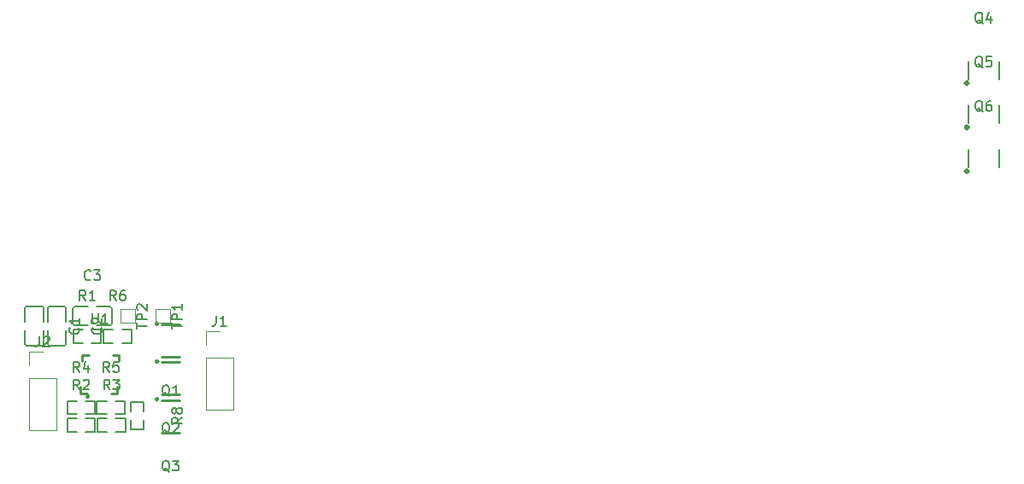
<source format=gto>
G04 #@! TF.GenerationSoftware,KiCad,Pcbnew,8.0.7-8.0.7-0~ubuntu22.04.1*
G04 #@! TF.CreationDate,2025-01-18T20:22:17+01:00*
G04 #@! TF.ProjectId,pinchito_uesc,70696e63-6869-4746-9f5f-756573632e6b,rev?*
G04 #@! TF.SameCoordinates,Original*
G04 #@! TF.FileFunction,Legend,Top*
G04 #@! TF.FilePolarity,Positive*
%FSLAX46Y46*%
G04 Gerber Fmt 4.6, Leading zero omitted, Abs format (unit mm)*
G04 Created by KiCad (PCBNEW 8.0.7-8.0.7-0~ubuntu22.04.1) date 2025-01-18 20:22:17*
%MOMM*%
%LPD*%
G01*
G04 APERTURE LIST*
%ADD10C,0.150000*%
%ADD11C,0.300000*%
%ADD12C,0.250000*%
%ADD13C,0.120000*%
G04 APERTURE END LIST*
D10*
X5559580Y-2366666D02*
X5607200Y-2414285D01*
X5607200Y-2414285D02*
X5654819Y-2557142D01*
X5654819Y-2557142D02*
X5654819Y-2652380D01*
X5654819Y-2652380D02*
X5607200Y-2795237D01*
X5607200Y-2795237D02*
X5511961Y-2890475D01*
X5511961Y-2890475D02*
X5416723Y-2938094D01*
X5416723Y-2938094D02*
X5226247Y-2985713D01*
X5226247Y-2985713D02*
X5083390Y-2985713D01*
X5083390Y-2985713D02*
X4892914Y-2938094D01*
X4892914Y-2938094D02*
X4797676Y-2890475D01*
X4797676Y-2890475D02*
X4702438Y-2795237D01*
X4702438Y-2795237D02*
X4654819Y-2652380D01*
X4654819Y-2652380D02*
X4654819Y-2557142D01*
X4654819Y-2557142D02*
X4702438Y-2414285D01*
X4702438Y-2414285D02*
X4750057Y-2366666D01*
X5654819Y-1414285D02*
X5654819Y-1985713D01*
X5654819Y-1699999D02*
X4654819Y-1699999D01*
X4654819Y-1699999D02*
X4797676Y-1795237D01*
X4797676Y-1795237D02*
X4892914Y-1890475D01*
X4892914Y-1890475D02*
X4940533Y-1985713D01*
X8633333Y-6754819D02*
X8300000Y-6278628D01*
X8061905Y-6754819D02*
X8061905Y-5754819D01*
X8061905Y-5754819D02*
X8442857Y-5754819D01*
X8442857Y-5754819D02*
X8538095Y-5802438D01*
X8538095Y-5802438D02*
X8585714Y-5850057D01*
X8585714Y-5850057D02*
X8633333Y-5945295D01*
X8633333Y-5945295D02*
X8633333Y-6088152D01*
X8633333Y-6088152D02*
X8585714Y-6183390D01*
X8585714Y-6183390D02*
X8538095Y-6231009D01*
X8538095Y-6231009D02*
X8442857Y-6278628D01*
X8442857Y-6278628D02*
X8061905Y-6278628D01*
X9538095Y-5754819D02*
X9061905Y-5754819D01*
X9061905Y-5754819D02*
X9014286Y-6231009D01*
X9014286Y-6231009D02*
X9061905Y-6183390D01*
X9061905Y-6183390D02*
X9157143Y-6135771D01*
X9157143Y-6135771D02*
X9395238Y-6135771D01*
X9395238Y-6135771D02*
X9490476Y-6183390D01*
X9490476Y-6183390D02*
X9538095Y-6231009D01*
X9538095Y-6231009D02*
X9585714Y-6326247D01*
X9585714Y-6326247D02*
X9585714Y-6564342D01*
X9585714Y-6564342D02*
X9538095Y-6659580D01*
X9538095Y-6659580D02*
X9490476Y-6707200D01*
X9490476Y-6707200D02*
X9395238Y-6754819D01*
X9395238Y-6754819D02*
X9157143Y-6754819D01*
X9157143Y-6754819D02*
X9061905Y-6707200D01*
X9061905Y-6707200D02*
X9014286Y-6659580D01*
X95154761Y23419943D02*
X95059523Y23467562D01*
X95059523Y23467562D02*
X94964285Y23562800D01*
X94964285Y23562800D02*
X94821428Y23705658D01*
X94821428Y23705658D02*
X94726190Y23753277D01*
X94726190Y23753277D02*
X94630952Y23753277D01*
X94678571Y23515181D02*
X94583333Y23562800D01*
X94583333Y23562800D02*
X94488095Y23658039D01*
X94488095Y23658039D02*
X94440476Y23848515D01*
X94440476Y23848515D02*
X94440476Y24181848D01*
X94440476Y24181848D02*
X94488095Y24372324D01*
X94488095Y24372324D02*
X94583333Y24467562D01*
X94583333Y24467562D02*
X94678571Y24515181D01*
X94678571Y24515181D02*
X94869047Y24515181D01*
X94869047Y24515181D02*
X94964285Y24467562D01*
X94964285Y24467562D02*
X95059523Y24372324D01*
X95059523Y24372324D02*
X95107142Y24181848D01*
X95107142Y24181848D02*
X95107142Y23848515D01*
X95107142Y23848515D02*
X95059523Y23658039D01*
X95059523Y23658039D02*
X94964285Y23562800D01*
X94964285Y23562800D02*
X94869047Y23515181D01*
X94869047Y23515181D02*
X94678571Y23515181D01*
X96011904Y24515181D02*
X95535714Y24515181D01*
X95535714Y24515181D02*
X95488095Y24038991D01*
X95488095Y24038991D02*
X95535714Y24086610D01*
X95535714Y24086610D02*
X95630952Y24134229D01*
X95630952Y24134229D02*
X95869047Y24134229D01*
X95869047Y24134229D02*
X95964285Y24086610D01*
X95964285Y24086610D02*
X96011904Y24038991D01*
X96011904Y24038991D02*
X96059523Y23943753D01*
X96059523Y23943753D02*
X96059523Y23705658D01*
X96059523Y23705658D02*
X96011904Y23610420D01*
X96011904Y23610420D02*
X95964285Y23562800D01*
X95964285Y23562800D02*
X95869047Y23515181D01*
X95869047Y23515181D02*
X95630952Y23515181D01*
X95630952Y23515181D02*
X95535714Y23562800D01*
X95535714Y23562800D02*
X95488095Y23610420D01*
X7809580Y-2366666D02*
X7857200Y-2414285D01*
X7857200Y-2414285D02*
X7904819Y-2557142D01*
X7904819Y-2557142D02*
X7904819Y-2652380D01*
X7904819Y-2652380D02*
X7857200Y-2795237D01*
X7857200Y-2795237D02*
X7761961Y-2890475D01*
X7761961Y-2890475D02*
X7666723Y-2938094D01*
X7666723Y-2938094D02*
X7476247Y-2985713D01*
X7476247Y-2985713D02*
X7333390Y-2985713D01*
X7333390Y-2985713D02*
X7142914Y-2938094D01*
X7142914Y-2938094D02*
X7047676Y-2890475D01*
X7047676Y-2890475D02*
X6952438Y-2795237D01*
X6952438Y-2795237D02*
X6904819Y-2652380D01*
X6904819Y-2652380D02*
X6904819Y-2557142D01*
X6904819Y-2557142D02*
X6952438Y-2414285D01*
X6952438Y-2414285D02*
X7000057Y-2366666D01*
X7000057Y-1985713D02*
X6952438Y-1938094D01*
X6952438Y-1938094D02*
X6904819Y-1842856D01*
X6904819Y-1842856D02*
X6904819Y-1604761D01*
X6904819Y-1604761D02*
X6952438Y-1509523D01*
X6952438Y-1509523D02*
X7000057Y-1461904D01*
X7000057Y-1461904D02*
X7095295Y-1414285D01*
X7095295Y-1414285D02*
X7190533Y-1414285D01*
X7190533Y-1414285D02*
X7333390Y-1461904D01*
X7333390Y-1461904D02*
X7904819Y-2033332D01*
X7904819Y-2033332D02*
X7904819Y-1414285D01*
X6938095Y-954819D02*
X6938095Y-1764342D01*
X6938095Y-1764342D02*
X6985714Y-1859580D01*
X6985714Y-1859580D02*
X7033333Y-1907200D01*
X7033333Y-1907200D02*
X7128571Y-1954819D01*
X7128571Y-1954819D02*
X7319047Y-1954819D01*
X7319047Y-1954819D02*
X7414285Y-1907200D01*
X7414285Y-1907200D02*
X7461904Y-1859580D01*
X7461904Y-1859580D02*
X7509523Y-1764342D01*
X7509523Y-1764342D02*
X7509523Y-954819D01*
X8509523Y-1954819D02*
X7938095Y-1954819D01*
X8223809Y-1954819D02*
X8223809Y-954819D01*
X8223809Y-954819D02*
X8128571Y-1097676D01*
X8128571Y-1097676D02*
X8033333Y-1192914D01*
X8033333Y-1192914D02*
X7938095Y-1240533D01*
X1698666Y-3235819D02*
X1698666Y-3950104D01*
X1698666Y-3950104D02*
X1651047Y-4092961D01*
X1651047Y-4092961D02*
X1555809Y-4188200D01*
X1555809Y-4188200D02*
X1412952Y-4235819D01*
X1412952Y-4235819D02*
X1317714Y-4235819D01*
X2127238Y-3331057D02*
X2174857Y-3283438D01*
X2174857Y-3283438D02*
X2270095Y-3235819D01*
X2270095Y-3235819D02*
X2508190Y-3235819D01*
X2508190Y-3235819D02*
X2603428Y-3283438D01*
X2603428Y-3283438D02*
X2651047Y-3331057D01*
X2651047Y-3331057D02*
X2698666Y-3426295D01*
X2698666Y-3426295D02*
X2698666Y-3521533D01*
X2698666Y-3521533D02*
X2651047Y-3664390D01*
X2651047Y-3664390D02*
X2079619Y-4235819D01*
X2079619Y-4235819D02*
X2698666Y-4235819D01*
X8683333Y-8504819D02*
X8350000Y-8028628D01*
X8111905Y-8504819D02*
X8111905Y-7504819D01*
X8111905Y-7504819D02*
X8492857Y-7504819D01*
X8492857Y-7504819D02*
X8588095Y-7552438D01*
X8588095Y-7552438D02*
X8635714Y-7600057D01*
X8635714Y-7600057D02*
X8683333Y-7695295D01*
X8683333Y-7695295D02*
X8683333Y-7838152D01*
X8683333Y-7838152D02*
X8635714Y-7933390D01*
X8635714Y-7933390D02*
X8588095Y-7981009D01*
X8588095Y-7981009D02*
X8492857Y-8028628D01*
X8492857Y-8028628D02*
X8111905Y-8028628D01*
X9016667Y-7504819D02*
X9635714Y-7504819D01*
X9635714Y-7504819D02*
X9302381Y-7885771D01*
X9302381Y-7885771D02*
X9445238Y-7885771D01*
X9445238Y-7885771D02*
X9540476Y-7933390D01*
X9540476Y-7933390D02*
X9588095Y-7981009D01*
X9588095Y-7981009D02*
X9635714Y-8076247D01*
X9635714Y-8076247D02*
X9635714Y-8314342D01*
X9635714Y-8314342D02*
X9588095Y-8409580D01*
X9588095Y-8409580D02*
X9540476Y-8457200D01*
X9540476Y-8457200D02*
X9445238Y-8504819D01*
X9445238Y-8504819D02*
X9159524Y-8504819D01*
X9159524Y-8504819D02*
X9064286Y-8457200D01*
X9064286Y-8457200D02*
X9016667Y-8409580D01*
X19224666Y-1188819D02*
X19224666Y-1903104D01*
X19224666Y-1903104D02*
X19177047Y-2045961D01*
X19177047Y-2045961D02*
X19081809Y-2141200D01*
X19081809Y-2141200D02*
X18938952Y-2188819D01*
X18938952Y-2188819D02*
X18843714Y-2188819D01*
X20224666Y-2188819D02*
X19653238Y-2188819D01*
X19938952Y-2188819D02*
X19938952Y-1188819D01*
X19938952Y-1188819D02*
X19843714Y-1331676D01*
X19843714Y-1331676D02*
X19748476Y-1426914D01*
X19748476Y-1426914D02*
X19653238Y-1474533D01*
X9283333Y345181D02*
X8950000Y821372D01*
X8711905Y345181D02*
X8711905Y1345181D01*
X8711905Y1345181D02*
X9092857Y1345181D01*
X9092857Y1345181D02*
X9188095Y1297562D01*
X9188095Y1297562D02*
X9235714Y1249943D01*
X9235714Y1249943D02*
X9283333Y1154705D01*
X9283333Y1154705D02*
X9283333Y1011848D01*
X9283333Y1011848D02*
X9235714Y916610D01*
X9235714Y916610D02*
X9188095Y868991D01*
X9188095Y868991D02*
X9092857Y821372D01*
X9092857Y821372D02*
X8711905Y821372D01*
X10140476Y1345181D02*
X9950000Y1345181D01*
X9950000Y1345181D02*
X9854762Y1297562D01*
X9854762Y1297562D02*
X9807143Y1249943D01*
X9807143Y1249943D02*
X9711905Y1107086D01*
X9711905Y1107086D02*
X9664286Y916610D01*
X9664286Y916610D02*
X9664286Y535658D01*
X9664286Y535658D02*
X9711905Y440420D01*
X9711905Y440420D02*
X9759524Y392800D01*
X9759524Y392800D02*
X9854762Y345181D01*
X9854762Y345181D02*
X10045238Y345181D01*
X10045238Y345181D02*
X10140476Y392800D01*
X10140476Y392800D02*
X10188095Y440420D01*
X10188095Y440420D02*
X10235714Y535658D01*
X10235714Y535658D02*
X10235714Y773753D01*
X10235714Y773753D02*
X10188095Y868991D01*
X10188095Y868991D02*
X10140476Y916610D01*
X10140476Y916610D02*
X10045238Y964229D01*
X10045238Y964229D02*
X9854762Y964229D01*
X9854762Y964229D02*
X9759524Y916610D01*
X9759524Y916610D02*
X9711905Y868991D01*
X9711905Y868991D02*
X9664286Y773753D01*
X11352819Y-2461904D02*
X11352819Y-1890476D01*
X12352819Y-2176190D02*
X11352819Y-2176190D01*
X12352819Y-1557142D02*
X11352819Y-1557142D01*
X11352819Y-1557142D02*
X11352819Y-1176190D01*
X11352819Y-1176190D02*
X11400438Y-1080952D01*
X11400438Y-1080952D02*
X11448057Y-1033333D01*
X11448057Y-1033333D02*
X11543295Y-985714D01*
X11543295Y-985714D02*
X11686152Y-985714D01*
X11686152Y-985714D02*
X11781390Y-1033333D01*
X11781390Y-1033333D02*
X11829009Y-1080952D01*
X11829009Y-1080952D02*
X11876628Y-1176190D01*
X11876628Y-1176190D02*
X11876628Y-1557142D01*
X11448057Y-604761D02*
X11400438Y-557142D01*
X11400438Y-557142D02*
X11352819Y-461904D01*
X11352819Y-461904D02*
X11352819Y-223809D01*
X11352819Y-223809D02*
X11400438Y-128571D01*
X11400438Y-128571D02*
X11448057Y-80952D01*
X11448057Y-80952D02*
X11543295Y-33333D01*
X11543295Y-33333D02*
X11638533Y-33333D01*
X11638533Y-33333D02*
X11781390Y-80952D01*
X11781390Y-80952D02*
X12352819Y-652380D01*
X12352819Y-652380D02*
X12352819Y-33333D01*
X15854819Y-11266666D02*
X15378628Y-11599999D01*
X15854819Y-11838094D02*
X14854819Y-11838094D01*
X14854819Y-11838094D02*
X14854819Y-11457142D01*
X14854819Y-11457142D02*
X14902438Y-11361904D01*
X14902438Y-11361904D02*
X14950057Y-11314285D01*
X14950057Y-11314285D02*
X15045295Y-11266666D01*
X15045295Y-11266666D02*
X15188152Y-11266666D01*
X15188152Y-11266666D02*
X15283390Y-11314285D01*
X15283390Y-11314285D02*
X15331009Y-11361904D01*
X15331009Y-11361904D02*
X15378628Y-11457142D01*
X15378628Y-11457142D02*
X15378628Y-11838094D01*
X15283390Y-10695237D02*
X15235771Y-10790475D01*
X15235771Y-10790475D02*
X15188152Y-10838094D01*
X15188152Y-10838094D02*
X15092914Y-10885713D01*
X15092914Y-10885713D02*
X15045295Y-10885713D01*
X15045295Y-10885713D02*
X14950057Y-10838094D01*
X14950057Y-10838094D02*
X14902438Y-10790475D01*
X14902438Y-10790475D02*
X14854819Y-10695237D01*
X14854819Y-10695237D02*
X14854819Y-10504761D01*
X14854819Y-10504761D02*
X14902438Y-10409523D01*
X14902438Y-10409523D02*
X14950057Y-10361904D01*
X14950057Y-10361904D02*
X15045295Y-10314285D01*
X15045295Y-10314285D02*
X15092914Y-10314285D01*
X15092914Y-10314285D02*
X15188152Y-10361904D01*
X15188152Y-10361904D02*
X15235771Y-10409523D01*
X15235771Y-10409523D02*
X15283390Y-10504761D01*
X15283390Y-10504761D02*
X15283390Y-10695237D01*
X15283390Y-10695237D02*
X15331009Y-10790475D01*
X15331009Y-10790475D02*
X15378628Y-10838094D01*
X15378628Y-10838094D02*
X15473866Y-10885713D01*
X15473866Y-10885713D02*
X15664342Y-10885713D01*
X15664342Y-10885713D02*
X15759580Y-10838094D01*
X15759580Y-10838094D02*
X15807200Y-10790475D01*
X15807200Y-10790475D02*
X15854819Y-10695237D01*
X15854819Y-10695237D02*
X15854819Y-10504761D01*
X15854819Y-10504761D02*
X15807200Y-10409523D01*
X15807200Y-10409523D02*
X15759580Y-10361904D01*
X15759580Y-10361904D02*
X15664342Y-10314285D01*
X15664342Y-10314285D02*
X15473866Y-10314285D01*
X15473866Y-10314285D02*
X15378628Y-10361904D01*
X15378628Y-10361904D02*
X15331009Y-10409523D01*
X15331009Y-10409523D02*
X15283390Y-10504761D01*
X5683333Y-6754819D02*
X5350000Y-6278628D01*
X5111905Y-6754819D02*
X5111905Y-5754819D01*
X5111905Y-5754819D02*
X5492857Y-5754819D01*
X5492857Y-5754819D02*
X5588095Y-5802438D01*
X5588095Y-5802438D02*
X5635714Y-5850057D01*
X5635714Y-5850057D02*
X5683333Y-5945295D01*
X5683333Y-5945295D02*
X5683333Y-6088152D01*
X5683333Y-6088152D02*
X5635714Y-6183390D01*
X5635714Y-6183390D02*
X5588095Y-6231009D01*
X5588095Y-6231009D02*
X5492857Y-6278628D01*
X5492857Y-6278628D02*
X5111905Y-6278628D01*
X6540476Y-6088152D02*
X6540476Y-6754819D01*
X6302381Y-5707200D02*
X6064286Y-6421485D01*
X6064286Y-6421485D02*
X6683333Y-6421485D01*
X95154761Y27789943D02*
X95059523Y27837562D01*
X95059523Y27837562D02*
X94964285Y27932800D01*
X94964285Y27932800D02*
X94821428Y28075658D01*
X94821428Y28075658D02*
X94726190Y28123277D01*
X94726190Y28123277D02*
X94630952Y28123277D01*
X94678571Y27885181D02*
X94583333Y27932800D01*
X94583333Y27932800D02*
X94488095Y28028039D01*
X94488095Y28028039D02*
X94440476Y28218515D01*
X94440476Y28218515D02*
X94440476Y28551848D01*
X94440476Y28551848D02*
X94488095Y28742324D01*
X94488095Y28742324D02*
X94583333Y28837562D01*
X94583333Y28837562D02*
X94678571Y28885181D01*
X94678571Y28885181D02*
X94869047Y28885181D01*
X94869047Y28885181D02*
X94964285Y28837562D01*
X94964285Y28837562D02*
X95059523Y28742324D01*
X95059523Y28742324D02*
X95107142Y28551848D01*
X95107142Y28551848D02*
X95107142Y28218515D01*
X95107142Y28218515D02*
X95059523Y28028039D01*
X95059523Y28028039D02*
X94964285Y27932800D01*
X94964285Y27932800D02*
X94869047Y27885181D01*
X94869047Y27885181D02*
X94678571Y27885181D01*
X95964285Y28551848D02*
X95964285Y27885181D01*
X95726190Y28932800D02*
X95488095Y28218515D01*
X95488095Y28218515D02*
X96107142Y28218515D01*
X14604761Y-12900057D02*
X14509523Y-12852438D01*
X14509523Y-12852438D02*
X14414285Y-12757200D01*
X14414285Y-12757200D02*
X14271428Y-12614342D01*
X14271428Y-12614342D02*
X14176190Y-12566723D01*
X14176190Y-12566723D02*
X14080952Y-12566723D01*
X14128571Y-12804819D02*
X14033333Y-12757200D01*
X14033333Y-12757200D02*
X13938095Y-12661961D01*
X13938095Y-12661961D02*
X13890476Y-12471485D01*
X13890476Y-12471485D02*
X13890476Y-12138152D01*
X13890476Y-12138152D02*
X13938095Y-11947676D01*
X13938095Y-11947676D02*
X14033333Y-11852438D01*
X14033333Y-11852438D02*
X14128571Y-11804819D01*
X14128571Y-11804819D02*
X14319047Y-11804819D01*
X14319047Y-11804819D02*
X14414285Y-11852438D01*
X14414285Y-11852438D02*
X14509523Y-11947676D01*
X14509523Y-11947676D02*
X14557142Y-12138152D01*
X14557142Y-12138152D02*
X14557142Y-12471485D01*
X14557142Y-12471485D02*
X14509523Y-12661961D01*
X14509523Y-12661961D02*
X14414285Y-12757200D01*
X14414285Y-12757200D02*
X14319047Y-12804819D01*
X14319047Y-12804819D02*
X14128571Y-12804819D01*
X14938095Y-11900057D02*
X14985714Y-11852438D01*
X14985714Y-11852438D02*
X15080952Y-11804819D01*
X15080952Y-11804819D02*
X15319047Y-11804819D01*
X15319047Y-11804819D02*
X15414285Y-11852438D01*
X15414285Y-11852438D02*
X15461904Y-11900057D01*
X15461904Y-11900057D02*
X15509523Y-11995295D01*
X15509523Y-11995295D02*
X15509523Y-12090533D01*
X15509523Y-12090533D02*
X15461904Y-12233390D01*
X15461904Y-12233390D02*
X14890476Y-12804819D01*
X14890476Y-12804819D02*
X15509523Y-12804819D01*
X14604761Y-16650057D02*
X14509523Y-16602438D01*
X14509523Y-16602438D02*
X14414285Y-16507200D01*
X14414285Y-16507200D02*
X14271428Y-16364342D01*
X14271428Y-16364342D02*
X14176190Y-16316723D01*
X14176190Y-16316723D02*
X14080952Y-16316723D01*
X14128571Y-16554819D02*
X14033333Y-16507200D01*
X14033333Y-16507200D02*
X13938095Y-16411961D01*
X13938095Y-16411961D02*
X13890476Y-16221485D01*
X13890476Y-16221485D02*
X13890476Y-15888152D01*
X13890476Y-15888152D02*
X13938095Y-15697676D01*
X13938095Y-15697676D02*
X14033333Y-15602438D01*
X14033333Y-15602438D02*
X14128571Y-15554819D01*
X14128571Y-15554819D02*
X14319047Y-15554819D01*
X14319047Y-15554819D02*
X14414285Y-15602438D01*
X14414285Y-15602438D02*
X14509523Y-15697676D01*
X14509523Y-15697676D02*
X14557142Y-15888152D01*
X14557142Y-15888152D02*
X14557142Y-16221485D01*
X14557142Y-16221485D02*
X14509523Y-16411961D01*
X14509523Y-16411961D02*
X14414285Y-16507200D01*
X14414285Y-16507200D02*
X14319047Y-16554819D01*
X14319047Y-16554819D02*
X14128571Y-16554819D01*
X14890476Y-15554819D02*
X15509523Y-15554819D01*
X15509523Y-15554819D02*
X15176190Y-15935771D01*
X15176190Y-15935771D02*
X15319047Y-15935771D01*
X15319047Y-15935771D02*
X15414285Y-15983390D01*
X15414285Y-15983390D02*
X15461904Y-16031009D01*
X15461904Y-16031009D02*
X15509523Y-16126247D01*
X15509523Y-16126247D02*
X15509523Y-16364342D01*
X15509523Y-16364342D02*
X15461904Y-16459580D01*
X15461904Y-16459580D02*
X15414285Y-16507200D01*
X15414285Y-16507200D02*
X15319047Y-16554819D01*
X15319047Y-16554819D02*
X15033333Y-16554819D01*
X15033333Y-16554819D02*
X14938095Y-16507200D01*
X14938095Y-16507200D02*
X14890476Y-16459580D01*
X14852819Y-2461904D02*
X14852819Y-1890476D01*
X15852819Y-2176190D02*
X14852819Y-2176190D01*
X15852819Y-1557142D02*
X14852819Y-1557142D01*
X14852819Y-1557142D02*
X14852819Y-1176190D01*
X14852819Y-1176190D02*
X14900438Y-1080952D01*
X14900438Y-1080952D02*
X14948057Y-1033333D01*
X14948057Y-1033333D02*
X15043295Y-985714D01*
X15043295Y-985714D02*
X15186152Y-985714D01*
X15186152Y-985714D02*
X15281390Y-1033333D01*
X15281390Y-1033333D02*
X15329009Y-1080952D01*
X15329009Y-1080952D02*
X15376628Y-1176190D01*
X15376628Y-1176190D02*
X15376628Y-1557142D01*
X15852819Y-33333D02*
X15852819Y-604761D01*
X15852819Y-319047D02*
X14852819Y-319047D01*
X14852819Y-319047D02*
X14995676Y-414285D01*
X14995676Y-414285D02*
X15090914Y-509523D01*
X15090914Y-509523D02*
X15138533Y-604761D01*
X6783333Y2440420D02*
X6735714Y2392800D01*
X6735714Y2392800D02*
X6592857Y2345181D01*
X6592857Y2345181D02*
X6497619Y2345181D01*
X6497619Y2345181D02*
X6354762Y2392800D01*
X6354762Y2392800D02*
X6259524Y2488039D01*
X6259524Y2488039D02*
X6211905Y2583277D01*
X6211905Y2583277D02*
X6164286Y2773753D01*
X6164286Y2773753D02*
X6164286Y2916610D01*
X6164286Y2916610D02*
X6211905Y3107086D01*
X6211905Y3107086D02*
X6259524Y3202324D01*
X6259524Y3202324D02*
X6354762Y3297562D01*
X6354762Y3297562D02*
X6497619Y3345181D01*
X6497619Y3345181D02*
X6592857Y3345181D01*
X6592857Y3345181D02*
X6735714Y3297562D01*
X6735714Y3297562D02*
X6783333Y3249943D01*
X7116667Y3345181D02*
X7735714Y3345181D01*
X7735714Y3345181D02*
X7402381Y2964229D01*
X7402381Y2964229D02*
X7545238Y2964229D01*
X7545238Y2964229D02*
X7640476Y2916610D01*
X7640476Y2916610D02*
X7688095Y2868991D01*
X7688095Y2868991D02*
X7735714Y2773753D01*
X7735714Y2773753D02*
X7735714Y2535658D01*
X7735714Y2535658D02*
X7688095Y2440420D01*
X7688095Y2440420D02*
X7640476Y2392800D01*
X7640476Y2392800D02*
X7545238Y2345181D01*
X7545238Y2345181D02*
X7259524Y2345181D01*
X7259524Y2345181D02*
X7164286Y2392800D01*
X7164286Y2392800D02*
X7116667Y2440420D01*
X14604761Y-9150057D02*
X14509523Y-9102438D01*
X14509523Y-9102438D02*
X14414285Y-9007200D01*
X14414285Y-9007200D02*
X14271428Y-8864342D01*
X14271428Y-8864342D02*
X14176190Y-8816723D01*
X14176190Y-8816723D02*
X14080952Y-8816723D01*
X14128571Y-9054819D02*
X14033333Y-9007200D01*
X14033333Y-9007200D02*
X13938095Y-8911961D01*
X13938095Y-8911961D02*
X13890476Y-8721485D01*
X13890476Y-8721485D02*
X13890476Y-8388152D01*
X13890476Y-8388152D02*
X13938095Y-8197676D01*
X13938095Y-8197676D02*
X14033333Y-8102438D01*
X14033333Y-8102438D02*
X14128571Y-8054819D01*
X14128571Y-8054819D02*
X14319047Y-8054819D01*
X14319047Y-8054819D02*
X14414285Y-8102438D01*
X14414285Y-8102438D02*
X14509523Y-8197676D01*
X14509523Y-8197676D02*
X14557142Y-8388152D01*
X14557142Y-8388152D02*
X14557142Y-8721485D01*
X14557142Y-8721485D02*
X14509523Y-8911961D01*
X14509523Y-8911961D02*
X14414285Y-9007200D01*
X14414285Y-9007200D02*
X14319047Y-9054819D01*
X14319047Y-9054819D02*
X14128571Y-9054819D01*
X15509523Y-9054819D02*
X14938095Y-9054819D01*
X15223809Y-9054819D02*
X15223809Y-8054819D01*
X15223809Y-8054819D02*
X15128571Y-8197676D01*
X15128571Y-8197676D02*
X15033333Y-8292914D01*
X15033333Y-8292914D02*
X14938095Y-8340533D01*
X95154761Y19049943D02*
X95059523Y19097562D01*
X95059523Y19097562D02*
X94964285Y19192800D01*
X94964285Y19192800D02*
X94821428Y19335658D01*
X94821428Y19335658D02*
X94726190Y19383277D01*
X94726190Y19383277D02*
X94630952Y19383277D01*
X94678571Y19145181D02*
X94583333Y19192800D01*
X94583333Y19192800D02*
X94488095Y19288039D01*
X94488095Y19288039D02*
X94440476Y19478515D01*
X94440476Y19478515D02*
X94440476Y19811848D01*
X94440476Y19811848D02*
X94488095Y20002324D01*
X94488095Y20002324D02*
X94583333Y20097562D01*
X94583333Y20097562D02*
X94678571Y20145181D01*
X94678571Y20145181D02*
X94869047Y20145181D01*
X94869047Y20145181D02*
X94964285Y20097562D01*
X94964285Y20097562D02*
X95059523Y20002324D01*
X95059523Y20002324D02*
X95107142Y19811848D01*
X95107142Y19811848D02*
X95107142Y19478515D01*
X95107142Y19478515D02*
X95059523Y19288039D01*
X95059523Y19288039D02*
X94964285Y19192800D01*
X94964285Y19192800D02*
X94869047Y19145181D01*
X94869047Y19145181D02*
X94678571Y19145181D01*
X95964285Y20145181D02*
X95773809Y20145181D01*
X95773809Y20145181D02*
X95678571Y20097562D01*
X95678571Y20097562D02*
X95630952Y20049943D01*
X95630952Y20049943D02*
X95535714Y19907086D01*
X95535714Y19907086D02*
X95488095Y19716610D01*
X95488095Y19716610D02*
X95488095Y19335658D01*
X95488095Y19335658D02*
X95535714Y19240420D01*
X95535714Y19240420D02*
X95583333Y19192800D01*
X95583333Y19192800D02*
X95678571Y19145181D01*
X95678571Y19145181D02*
X95869047Y19145181D01*
X95869047Y19145181D02*
X95964285Y19192800D01*
X95964285Y19192800D02*
X96011904Y19240420D01*
X96011904Y19240420D02*
X96059523Y19335658D01*
X96059523Y19335658D02*
X96059523Y19573753D01*
X96059523Y19573753D02*
X96011904Y19668991D01*
X96011904Y19668991D02*
X95964285Y19716610D01*
X95964285Y19716610D02*
X95869047Y19764229D01*
X95869047Y19764229D02*
X95678571Y19764229D01*
X95678571Y19764229D02*
X95583333Y19716610D01*
X95583333Y19716610D02*
X95535714Y19668991D01*
X95535714Y19668991D02*
X95488095Y19573753D01*
X5683333Y-8504819D02*
X5350000Y-8028628D01*
X5111905Y-8504819D02*
X5111905Y-7504819D01*
X5111905Y-7504819D02*
X5492857Y-7504819D01*
X5492857Y-7504819D02*
X5588095Y-7552438D01*
X5588095Y-7552438D02*
X5635714Y-7600057D01*
X5635714Y-7600057D02*
X5683333Y-7695295D01*
X5683333Y-7695295D02*
X5683333Y-7838152D01*
X5683333Y-7838152D02*
X5635714Y-7933390D01*
X5635714Y-7933390D02*
X5588095Y-7981009D01*
X5588095Y-7981009D02*
X5492857Y-8028628D01*
X5492857Y-8028628D02*
X5111905Y-8028628D01*
X6064286Y-7600057D02*
X6111905Y-7552438D01*
X6111905Y-7552438D02*
X6207143Y-7504819D01*
X6207143Y-7504819D02*
X6445238Y-7504819D01*
X6445238Y-7504819D02*
X6540476Y-7552438D01*
X6540476Y-7552438D02*
X6588095Y-7600057D01*
X6588095Y-7600057D02*
X6635714Y-7695295D01*
X6635714Y-7695295D02*
X6635714Y-7790533D01*
X6635714Y-7790533D02*
X6588095Y-7933390D01*
X6588095Y-7933390D02*
X6016667Y-8504819D01*
X6016667Y-8504819D02*
X6635714Y-8504819D01*
X6283333Y345181D02*
X5950000Y821372D01*
X5711905Y345181D02*
X5711905Y1345181D01*
X5711905Y1345181D02*
X6092857Y1345181D01*
X6092857Y1345181D02*
X6188095Y1297562D01*
X6188095Y1297562D02*
X6235714Y1249943D01*
X6235714Y1249943D02*
X6283333Y1154705D01*
X6283333Y1154705D02*
X6283333Y1011848D01*
X6283333Y1011848D02*
X6235714Y916610D01*
X6235714Y916610D02*
X6188095Y868991D01*
X6188095Y868991D02*
X6092857Y821372D01*
X6092857Y821372D02*
X5711905Y821372D01*
X7235714Y345181D02*
X6664286Y345181D01*
X6950000Y345181D02*
X6950000Y1345181D01*
X6950000Y1345181D02*
X6854762Y1202324D01*
X6854762Y1202324D02*
X6759524Y1107086D01*
X6759524Y1107086D02*
X6664286Y1059467D01*
G04 #@! TO.C,C1*
X300000Y-1800000D02*
X300000Y-390000D01*
X300000Y-2600000D02*
X300000Y-4010000D01*
X450000Y-240000D02*
X1950000Y-240000D01*
X450000Y-4160000D02*
X1950000Y-4160000D01*
X2100000Y-390000D02*
X2100000Y-1800000D01*
X2100000Y-4010000D02*
X2100000Y-2600000D01*
X300000Y-390000D02*
G75*
G02*
X450000Y-240000I150000J0D01*
G01*
X450000Y-4160000D02*
G75*
G02*
X300000Y-4010000I0J150000D01*
G01*
X1950000Y-240000D02*
G75*
G02*
X2100000Y-390000I0J-150000D01*
G01*
X2100000Y-4010000D02*
G75*
G02*
X1950000Y-4160000I-150000J0D01*
G01*
G04 #@! TO.C,R5*
X7410000Y-9640000D02*
X8370000Y-9640000D01*
X7410000Y-10960000D02*
X7410000Y-9640000D01*
X8370000Y-10960000D02*
X7410000Y-10960000D01*
X9230000Y-10960000D02*
X10190000Y-10960000D01*
X10190000Y-9640000D02*
X9230000Y-9640000D01*
X10190000Y-10960000D02*
X10190000Y-9640000D01*
G04 #@! TO.C,Q5*
X93710000Y17930000D02*
X93710000Y19710000D01*
X96790000Y17930000D02*
X96790000Y19710000D01*
D11*
X93730000Y17520000D02*
G75*
G02*
X93430000Y17520000I-150000J0D01*
G01*
X93430000Y17520000D02*
G75*
G02*
X93730000Y17520000I150000J0D01*
G01*
D10*
G04 #@! TO.C,C2*
X2550000Y-1800000D02*
X2550000Y-390000D01*
X2550000Y-2600000D02*
X2550000Y-4010000D01*
X2700000Y-240000D02*
X4200000Y-240000D01*
X2700000Y-4160000D02*
X4200000Y-4160000D01*
X4350000Y-390000D02*
X4350000Y-1800000D01*
X4350000Y-4010000D02*
X4350000Y-2600000D01*
X2550000Y-390000D02*
G75*
G02*
X2700000Y-240000I150000J0D01*
G01*
X2700000Y-4160000D02*
G75*
G02*
X2550000Y-4010000I0J150000D01*
G01*
X4200000Y-240000D02*
G75*
G02*
X4350000Y-390000I0J-150000D01*
G01*
X4350000Y-4010000D02*
G75*
G02*
X4200000Y-4160000I-150000J0D01*
G01*
D12*
G04 #@! TO.C,U1*
X5800000Y-8860000D02*
X5800000Y-8210000D01*
X5800000Y-8860000D02*
X6450000Y-8860000D01*
X5960000Y-5050000D02*
X5960000Y-5700000D01*
X5960000Y-5050000D02*
X6610000Y-5050000D01*
X9440000Y-8860000D02*
X8790000Y-8860000D01*
X9440000Y-8860000D02*
X9440000Y-8210000D01*
X9600000Y-5050000D02*
X8950000Y-5050000D01*
X9600000Y-5050000D02*
X9600000Y-5700000D01*
X6600000Y-9210000D02*
G75*
G02*
X6400000Y-9210000I-100000J0D01*
G01*
X6400000Y-9210000D02*
G75*
G02*
X6600000Y-9210000I100000J0D01*
G01*
D13*
G04 #@! TO.C,J2*
X702000Y-4781000D02*
X2032000Y-4781000D01*
X702000Y-6111000D02*
X702000Y-4781000D01*
X702000Y-7381000D02*
X702000Y-12521000D01*
X702000Y-7381000D02*
X3362000Y-7381000D01*
X702000Y-12521000D02*
X3362000Y-12521000D01*
X3362000Y-7381000D02*
X3362000Y-12521000D01*
D10*
G04 #@! TO.C,R3*
X7460000Y-11390000D02*
X8420000Y-11390000D01*
X7460000Y-12710000D02*
X7460000Y-11390000D01*
X8420000Y-12710000D02*
X7460000Y-12710000D01*
X9280000Y-12710000D02*
X10240000Y-12710000D01*
X10240000Y-11390000D02*
X9280000Y-11390000D01*
X10240000Y-12710000D02*
X10240000Y-11390000D01*
D13*
G04 #@! TO.C,J1*
X18228000Y-2734000D02*
X19558000Y-2734000D01*
X18228000Y-4064000D02*
X18228000Y-2734000D01*
X18228000Y-5334000D02*
X18228000Y-10474000D01*
X18228000Y-5334000D02*
X20888000Y-5334000D01*
X18228000Y-10474000D02*
X20888000Y-10474000D01*
X20888000Y-5334000D02*
X20888000Y-10474000D01*
D10*
G04 #@! TO.C,R6*
X8060000Y-2540000D02*
X9020000Y-2540000D01*
X8060000Y-3860000D02*
X8060000Y-2540000D01*
X9020000Y-3860000D02*
X8060000Y-3860000D01*
X9880000Y-3860000D02*
X10840000Y-3860000D01*
X10840000Y-2540000D02*
X9880000Y-2540000D01*
X10840000Y-3860000D02*
X10840000Y-2540000D01*
D13*
G04 #@! TO.C,TP2*
X9750000Y-500000D02*
X11150000Y-500000D01*
X9750000Y-1900000D02*
X9750000Y-500000D01*
X11150000Y-500000D02*
X11150000Y-1900000D01*
X11150000Y-1900000D02*
X9750000Y-1900000D01*
D10*
G04 #@! TO.C,R8*
X10740000Y-9710000D02*
X12060000Y-9710000D01*
X10740000Y-10670000D02*
X10740000Y-9710000D01*
X10740000Y-11530000D02*
X10740000Y-12490000D01*
X10740000Y-12490000D02*
X12060000Y-12490000D01*
X12060000Y-9710000D02*
X12060000Y-10670000D01*
X12060000Y-12490000D02*
X12060000Y-11530000D01*
G04 #@! TO.C,R4*
X4460000Y-9640000D02*
X5420000Y-9640000D01*
X4460000Y-10960000D02*
X4460000Y-9640000D01*
X5420000Y-10960000D02*
X4460000Y-10960000D01*
X6280000Y-10960000D02*
X7240000Y-10960000D01*
X7240000Y-9640000D02*
X6280000Y-9640000D01*
X7240000Y-10960000D02*
X7240000Y-9640000D01*
G04 #@! TO.C,Q4*
X93710000Y22300000D02*
X93710000Y24080000D01*
X96790000Y22300000D02*
X96790000Y24080000D01*
D11*
X93730000Y21890000D02*
G75*
G02*
X93430000Y21890000I-150000J0D01*
G01*
X93430000Y21890000D02*
G75*
G02*
X93730000Y21890000I150000J0D01*
G01*
D12*
G04 #@! TO.C,Q2*
X15600000Y-5800000D02*
X13800000Y-5800000D01*
X15600000Y-9000000D02*
X13800000Y-9000000D01*
X13480000Y-5720000D02*
G75*
G02*
X13220000Y-5720000I-130000J0D01*
G01*
X13220000Y-5720000D02*
G75*
G02*
X13480000Y-5720000I130000J0D01*
G01*
G04 #@! TO.C,Q3*
X15600000Y-9550000D02*
X13800000Y-9550000D01*
X15600000Y-12750000D02*
X13800000Y-12750000D01*
X13480000Y-9470000D02*
G75*
G02*
X13220000Y-9470000I-130000J0D01*
G01*
X13220000Y-9470000D02*
G75*
G02*
X13480000Y-9470000I130000J0D01*
G01*
D13*
G04 #@! TO.C,TP1*
X13250000Y-500000D02*
X14650000Y-500000D01*
X13250000Y-1900000D02*
X13250000Y-500000D01*
X14650000Y-500000D02*
X14650000Y-1900000D01*
X14650000Y-1900000D02*
X13250000Y-1900000D01*
D10*
G04 #@! TO.C,C3*
X4990000Y-1950000D02*
X4990000Y-450000D01*
X5140000Y-300000D02*
X6550000Y-300000D01*
X6550000Y-2100000D02*
X5140000Y-2100000D01*
X7350000Y-2100000D02*
X8760000Y-2100000D01*
X8760000Y-300000D02*
X7350000Y-300000D01*
X8910000Y-1950000D02*
X8910000Y-450000D01*
X4990000Y-450000D02*
G75*
G02*
X5140000Y-300000I150000J0D01*
G01*
X5140000Y-2100000D02*
G75*
G02*
X4990000Y-1950000I0J150000D01*
G01*
X8760000Y-300000D02*
G75*
G02*
X8910000Y-450000I0J-150000D01*
G01*
X8910000Y-1950000D02*
G75*
G02*
X8760000Y-2100000I-150000J0D01*
G01*
D12*
G04 #@! TO.C,Q1*
X15600000Y-2050000D02*
X13800000Y-2050000D01*
X15600000Y-5250000D02*
X13800000Y-5250000D01*
X13480000Y-1970000D02*
G75*
G02*
X13220000Y-1970000I-130000J0D01*
G01*
X13220000Y-1970000D02*
G75*
G02*
X13480000Y-1970000I130000J0D01*
G01*
D10*
G04 #@! TO.C,Q6*
X93710000Y13560000D02*
X93710000Y15340000D01*
X96790000Y13560000D02*
X96790000Y15340000D01*
D11*
X93730000Y13150000D02*
G75*
G02*
X93430000Y13150000I-150000J0D01*
G01*
X93430000Y13150000D02*
G75*
G02*
X93730000Y13150000I150000J0D01*
G01*
D10*
G04 #@! TO.C,R2*
X4460000Y-11390000D02*
X5420000Y-11390000D01*
X4460000Y-12710000D02*
X4460000Y-11390000D01*
X5420000Y-12710000D02*
X4460000Y-12710000D01*
X6280000Y-12710000D02*
X7240000Y-12710000D01*
X7240000Y-11390000D02*
X6280000Y-11390000D01*
X7240000Y-12710000D02*
X7240000Y-11390000D01*
G04 #@! TO.C,R1*
X5060000Y-2540000D02*
X6020000Y-2540000D01*
X5060000Y-3860000D02*
X5060000Y-2540000D01*
X6020000Y-3860000D02*
X5060000Y-3860000D01*
X6880000Y-3860000D02*
X7840000Y-3860000D01*
X7840000Y-2540000D02*
X6880000Y-2540000D01*
X7840000Y-3860000D02*
X7840000Y-2540000D01*
G04 #@! TD*
M02*

</source>
